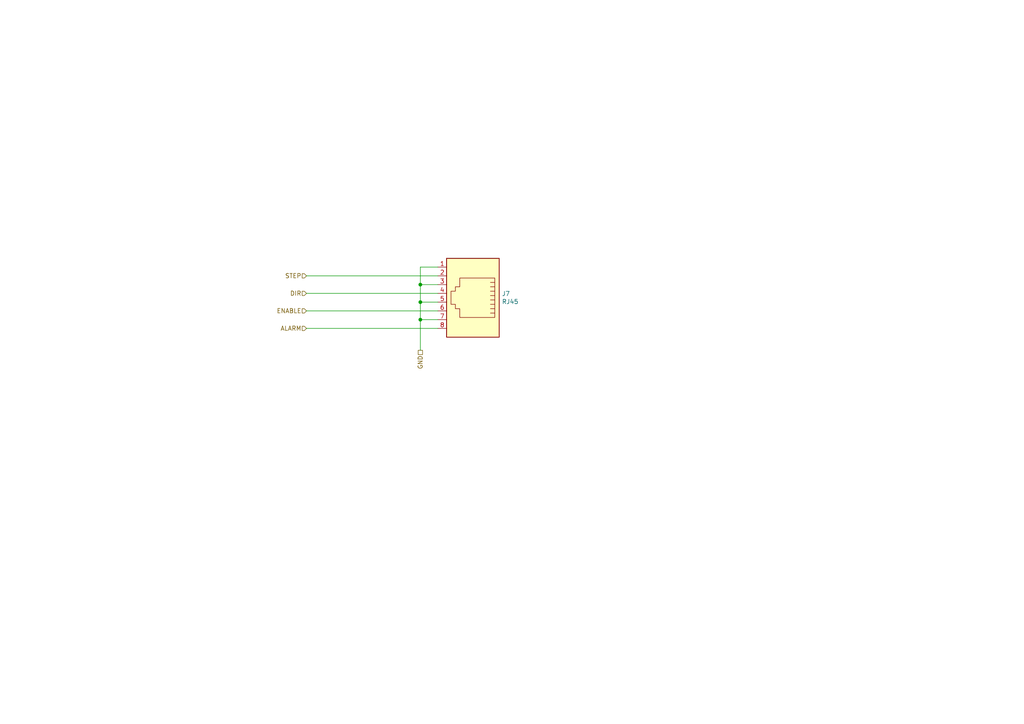
<source format=kicad_sch>
(kicad_sch (version 20210126) (generator eeschema)
  (paper "A4")
  (lib_symbols
    (symbol "UnifiedBreakout-rescue:RJ45-Connector" (pin_names (offset 1.016))
      (property "Reference" "J" (at -5.08 13.97 0))
      (property "Value" "RJ45-Connector" (at 2.54 13.97 0))
      (symbol "RJ45-Connector_0_1"
        (rectangle (start 7.62 12.7) (end -7.62 -10.16) (stroke (width 0.254)) (fill (type background)))
        (polyline (pts (xy -5.08 4.445) (xy -6.35 4.445)))
        (polyline (pts (xy -5.08 5.715) (xy -6.35 5.715)))
        (polyline (pts (xy -6.35 -3.175) (xy -5.08 -3.175) (xy -5.08 -3.175)))
        (polyline (pts (xy -6.35 -1.905) (xy -5.08 -1.905) (xy -5.08 -1.905)))
        (polyline (pts (xy -6.35 -0.635) (xy -5.08 -0.635) (xy -5.08 -0.635)))
        (polyline (pts (xy -6.35 0.635) (xy -5.08 0.635) (xy -5.08 0.635)))
        (polyline (pts (xy -6.35 1.905) (xy -5.08 1.905) (xy -5.08 1.905)))
        (polyline (pts (xy -5.08 3.175) (xy -6.35 3.175) (xy -6.35 3.175)))
        (polyline (pts (xy -6.35 -4.445) (xy -6.35 6.985) (xy 3.81 6.985) (xy 3.81 4.445) (xy 5.08 4.445) (xy 5.08 3.175) (xy 6.35 3.175) (xy 6.35 -0.635) (xy 5.08 -0.635) (xy 5.08 -1.905) (xy 3.81 -1.905) (xy 3.81 -4.445) (xy -6.35 -4.445) (xy -6.35 -4.445)))
      )
      (symbol "RJ45-Connector_1_1"
        (pin passive line (at 10.16 -7.62 180) (length 2.54) (name "~") (number "1"))
        (pin passive line (at 10.16 -5.08 180) (length 2.54) (name "~") (number "2"))
        (pin passive line (at 10.16 -2.54 180) (length 2.54) (name "~") (number "3"))
        (pin passive line (at 10.16 0 180) (length 2.54) (name "~") (number "4"))
        (pin passive line (at 10.16 2.54 180) (length 2.54) (name "~") (number "5"))
        (pin passive line (at 10.16 5.08 180) (length 2.54) (name "~") (number "6"))
        (pin passive line (at 10.16 7.62 180) (length 2.54) (name "~") (number "7"))
        (pin passive line (at 10.16 10.16 180) (length 2.54) (name "~") (number "8"))
      )
    )
  )
  (junction (at 121.92 82.55) (diameter 0.9144))
  (junction (at 121.92 87.63) (diameter 0.9144))
  (junction (at 121.92 92.71) (diameter 0.9144))
  (wire (pts (xy 121.92 77.47) (xy 121.92 82.55)))
  (wire (pts (xy 121.92 82.55) (xy 121.92 87.63)))
  (wire (pts (xy 121.92 87.63) (xy 121.92 92.71)))
  (wire (pts (xy 121.92 92.71) (xy 121.92 101.6)))
  (wire (pts (xy 127 77.47) (xy 121.92 77.47)))
  (wire (pts (xy 127 80.01) (xy 88.9 80.01)))
  (wire (pts (xy 127 82.55) (xy 121.92 82.55)))
  (wire (pts (xy 127 85.09) (xy 88.9 85.09)))
  (wire (pts (xy 127 87.63) (xy 121.92 87.63)))
  (wire (pts (xy 127 90.17) (xy 88.9 90.17)))
  (wire (pts (xy 127 92.71) (xy 121.92 92.71)))
  (wire (pts (xy 127 95.25) (xy 88.9 95.25)))
  (hierarchical_label "STEP" (shape input) (at 88.9 80.01 180))
  (hierarchical_label "DIR" (shape input) (at 88.9 85.09 180))
  (hierarchical_label "ENABLE" (shape input) (at 88.9 90.17 180))
  (hierarchical_label "ALARM" (shape input) (at 88.9 95.25 180))
  (hierarchical_label "GND" (shape passive) (at 121.92 101.6 270))
  (symbol (lib_id "UnifiedBreakout-rescue:RJ45-Connector") (at 137.16 85.09 180)
    (property "Reference" "J7" (at 145.542 85.1916 0) (effects (justify right)))
    (property "Value" "RJ45" (at 145.542 87.503 0) (effects (justify right)))
    (property "Footprint" "Stewart:SS6488SANF1" (effects hide))
    (property "MPN" "SS-6488S-A-NF-1" (effects hide))
    (property "Manufacturer" "Bel" (effects hide))
  )
)
</source>
